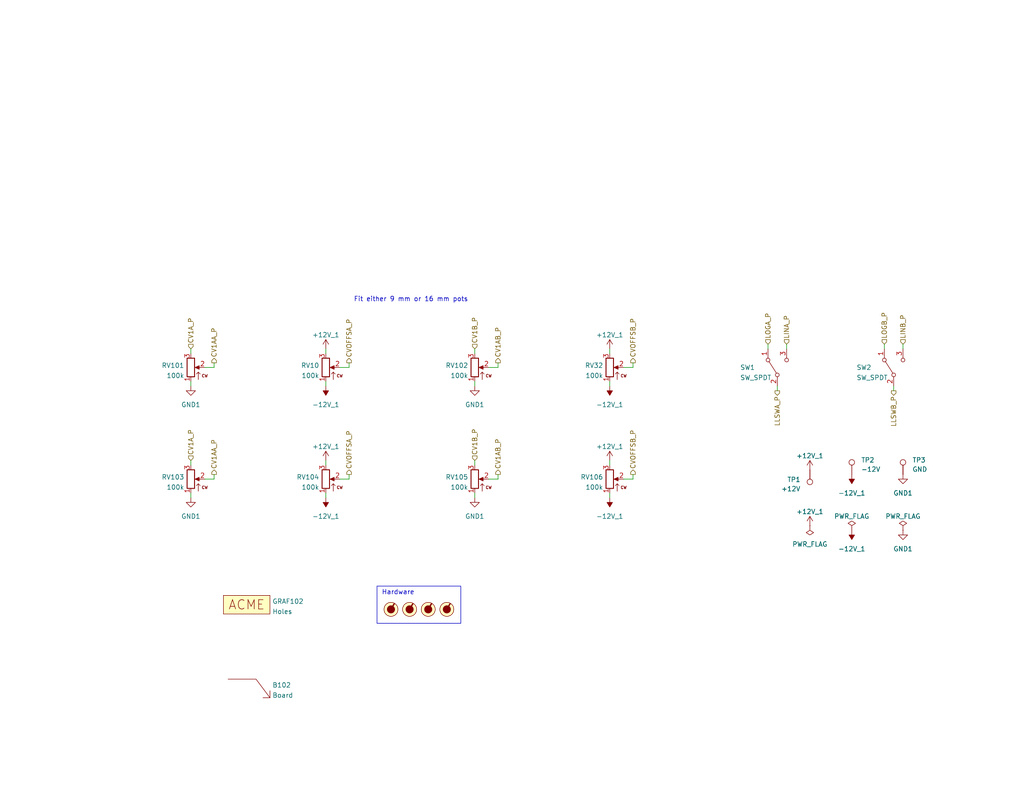
<source format=kicad_sch>
(kicad_sch (version 20230121) (generator eeschema)
  (paper "USLetter")
  (title_block (title "MFOS Dual log/lin VCA") (company "Rich Holmes / Analog Output") (comment 1 "or neighboring rights to this work. Published from United States.") (comment 2 "To the extent possible under law, Richard Holmes has waived all copyright and related "))
  (lib_symbols
    (symbol "AO_symbols:+12V_1" (power) (pin_names (offset 0))
      (property "Value" "+12V_1" (at 0 3.556 0))
      (symbol "+12V_1_0_1"
        (polyline (pts (xy -0.762 1.27) (xy 0 2.54)))
        (polyline (pts (xy 0 0) (xy 0 2.54)))
        (polyline (pts (xy 0 2.54) (xy 0.762 1.27)))
      )
      (symbol "+12V_1_1_1"
        (pin power_in line (at 0 0 90) (length 0) hide (name "+12V_1") (number "1"))
      )
    )
    (symbol "AO_symbols:-12V_1" (power) (pin_names (offset 0))
      (property "Value" "-12V_1" (at 0 3.81 0))
      (symbol "-12V_1_0_0"
        (pin power_in line (at 0 0 90) (length 0) hide (name "-12V_1") (number "1"))
      )
      (symbol "-12V_1_0_1"
        (polyline (pts (xy 0 0) (xy 0 1.27) (xy 0.762 1.27) (xy 0 2.54) (xy -0.762 1.27) (xy 0 1.27)) (fill (type outline)))
      )
    )
    (symbol "AO_symbols:Board" (pin_names (offset 1.016)) (in_bom no)
      (property "Reference" "B" (at 1.27 3.81 0))
      (property "Value" "Board" (at -3.175 3.81 0))
      (symbol "Board_0_1"
        (polyline (pts (xy 5.08 -2.54) (xy 3.175 -2.54)))
        (polyline (pts (xy -6.35 2.54) (xy 1.27 2.54) (xy 5.08 -2.54) (xy 5.08 -0.635)))
      )
    )
    (symbol "AO_symbols:Graphic" (pin_names (offset 1.016)) (in_bom no)
      (property "Reference" "GRAF" (at 0 -3.81 0))
      (property "Value" "Graphic" (at 0 3.81 0))
      (symbol "Graphic_0_0"
        (rectangle (start -6.35 2.54) (end 6.35 -2.54) (fill (type background)))
        (text "ACME" (at 0 0 0) (effects (font (size 2.54 2.54))))
      )
    )
    (symbol "AO_symbols:Knob" (on_board no)
      (symbol "Knob_0_1"
        (polyline (pts (xy 0 0.127) (xy 0.889 1.524)) (stroke (width 0.381)))
        (circle (center 0 0) (radius 1.016) (fill (type outline)))
        (circle (center 0 0) (radius 1.9092) (fill (type background)))
      )
    )
    (symbol "AO_symbols:R_POT" (pin_names (offset 1.016) hide)
      (property "Reference" "RV" (at -4.445 0 90))
      (property "Value" "R_POT" (at -2.54 0 90))
      (symbol "R_POT_0_0"
        (text "CW" (at 3.81 -2.286 0) (effects (font (size 0.762 0.762))))
      )
      (symbol "R_POT_0_1"
        (rectangle (start -1.016 2.54) (end 1.016 -2.54) (stroke (width 0.254)))
        (polyline (pts (xy 2.032 -3.302) (xy 2.032 -1.27)) (stroke (width 0.1524)))
        (polyline (pts (xy 2.54 0) (xy 1.524 0)))
        (polyline (pts (xy 2.54 -1.778) (xy 2.032 -1.27) (xy 1.524 -1.778)) (stroke (width 0.1524)))
        (polyline (pts (xy 1.143 0) (xy 2.286 -0.508) (xy 2.286 0.508) (xy 1.143 0)) (fill (type outline)))
      )
      (symbol "R_POT_1_1"
        (pin passive line (at 0 -3.81 90) (length 1.27) (name "1") (number "1"))
        (pin passive line (at 3.81 0 180) (length 1.27) (name "2") (number "2"))
        (pin passive line (at 0 3.81 270) (length 1.27) (name "3") (number "3"))
      )
    )
    (symbol "AO_symbols:SW_SPDT" (pin_names (offset 0) hide)
      (property "Reference" "SW" (at 0 4.318 0))
      (property "Value" "SW_SPDT" (at 0 -5.08 0))
      (symbol "SW_SPDT_0_0"
        (circle (center -2.032 0) (radius 0.508))
        (circle (center 2.032 -2.54) (radius 0.508))
      )
      (symbol "SW_SPDT_0_1"
        (polyline (pts (xy -1.524 0.254) (xy 1.651 2.286)))
        (circle (center 2.032 2.54) (radius 0.508))
      )
      (symbol "SW_SPDT_1_1"
        (pin passive line (at 5.08 2.54 180) (length 2.54) (name "A") (number "1"))
        (pin passive line (at -5.08 0 0) (length 2.54) (name "B") (number "2"))
        (pin passive line (at 5.08 -2.54 180) (length 2.54) (name "C") (number "3"))
      )
    )
    (symbol "AO_symbols:TestPoint" (pin_numbers hide) (pin_names (offset 0.762) hide) (in_bom no)
      (property "Reference" "TP" (at 0 6.858 0))
      (property "Value" "TestPoint" (at 0 5.08 0))
      (symbol "TestPoint_0_1"
        (circle (center 0 3.302) (radius 0.762))
      )
      (symbol "TestPoint_1_1"
        (pin passive line (at 0 0 90) (length 2.54) (name "1") (number "1"))
      )
    )
    (symbol "power:GND1" (power) (pin_names (offset 0))
      (property "Value" "GND1" (at 0 -3.81 0))
      (symbol "GND1_0_1"
        (polyline (pts (xy 0 0) (xy 0 -1.27) (xy 1.27 -1.27) (xy 0 -2.54) (xy -1.27 -1.27) (xy 0 -1.27)))
      )
      (symbol "GND1_1_1"
        (pin power_in line (at 0 0 270) (length 0) hide (name "GND1") (number "1"))
      )
    )
    (symbol "power:PWR_FLAG" (power) (pin_numbers hide) (pin_names (offset 0) hide)
      (property "Value" "PWR_FLAG" (at 0 3.81 0))
      (symbol "PWR_FLAG_0_0"
        (pin power_out line (at 0 0 90) (length 0) (name "pwr") (number "1"))
      )
      (symbol "PWR_FLAG_0_1"
        (polyline (pts (xy 0 0) (xy 0 1.27) (xy -1.016 1.905) (xy 0 2.54) (xy 1.016 1.905) (xy 0 1.27)))
      )
    )
  )
  (wire (pts (xy 214.63 93.98) (xy 214.63 95.25)))
  (wire (pts (xy 88.9 134.62) (xy 88.9 135.89)))
  (wire (pts (xy 170.18 100.33) (xy 172.72 100.33)))
  (wire (pts (xy 58.42 130.81) (xy 58.42 129.54)))
  (wire (pts (xy 166.37 95.25) (xy 166.37 96.52)))
  (wire (pts (xy 52.07 104.14) (xy 52.07 105.41)))
  (wire (pts (xy 246.38 93.98) (xy 246.38 95.25)))
  (wire (pts (xy 88.9 125.73) (xy 88.9 127)))
  (wire (pts (xy 166.37 134.62) (xy 166.37 135.89)))
  (wire (pts (xy 92.71 130.81) (xy 95.25 130.81)))
  (wire (pts (xy 52.07 125.73) (xy 52.07 127)))
  (wire (pts (xy 209.55 93.98) (xy 209.55 95.25)))
  (wire (pts (xy 129.54 104.14) (xy 129.54 105.41)))
  (wire (pts (xy 95.25 100.33) (xy 95.25 99.06)))
  (wire (pts (xy 55.88 130.81) (xy 58.42 130.81)))
  (wire (pts (xy 92.71 100.33) (xy 95.25 100.33)))
  (wire (pts (xy 170.18 130.81) (xy 172.72 130.81)))
  (wire (pts (xy 88.9 104.14) (xy 88.9 105.41)))
  (wire (pts (xy 55.88 100.33) (xy 58.42 100.33)))
  (wire (pts (xy 52.07 95.25) (xy 52.07 96.52)))
  (wire (pts (xy 135.89 130.81) (xy 135.89 129.54)))
  (wire (pts (xy 172.72 130.81) (xy 172.72 129.54)))
  (wire (pts (xy 243.84 106.68) (xy 243.84 105.41)))
  (wire (pts (xy 88.9 95.25) (xy 88.9 96.52)))
  (wire (pts (xy 129.54 134.62) (xy 129.54 135.89)))
  (wire (pts (xy 58.42 100.33) (xy 58.42 99.06)))
  (wire (pts (xy 212.09 106.68) (xy 212.09 105.41)))
  (wire (pts (xy 129.54 125.73) (xy 129.54 127)))
  (wire (pts (xy 135.89 100.33) (xy 135.89 99.06)))
  (wire (pts (xy 133.35 100.33) (xy 135.89 100.33)))
  (wire (pts (xy 241.3 93.98) (xy 241.3 95.25)))
  (wire (pts (xy 52.07 134.62) (xy 52.07 135.89)))
  (wire (pts (xy 133.35 130.81) (xy 135.89 130.81)))
  (wire (pts (xy 172.72 100.33) (xy 172.72 99.06)))
  (wire (pts (xy 166.37 104.14) (xy 166.37 105.41)))
  (wire (pts (xy 95.25 130.81) (xy 95.25 129.54)))
  (wire (pts (xy 129.54 95.25) (xy 129.54 96.52)))
  (wire (pts (xy 166.37 125.73) (xy 166.37 127)))
  (rectangle (start 102.87 160.02) (end 125.73 170.18))
  (text "Fit either 9 mm or 16 mm pots" (at 96.52 82.55 0) (effects (font (size 1.27 1.27)) (justify left bottom)))
  (text "Hardware" (at 104.14 162.56 0) (effects (font (size 1.27 1.27)) (justify left bottom)))
  (hierarchical_label "LINA_P" (shape input) (at 214.63 93.98 90))
  (hierarchical_label "CVOFFSA_P" (shape output) (at 95.25 129.54 90))
  (hierarchical_label "LLSWA_P" (shape output) (at 212.09 106.68 270))
  (hierarchical_label "CV1AB_P" (shape output) (at 135.89 129.54 90))
  (hierarchical_label "LINB_P" (shape input) (at 246.38 93.98 90))
  (hierarchical_label "CV1AA_P" (shape output) (at 58.42 99.06 90))
  (hierarchical_label "CV1A_P" (shape input) (at 52.07 95.25 90))
  (hierarchical_label "CV1AA_P" (shape output) (at 58.42 129.54 90))
  (hierarchical_label "CV1AB_P" (shape output) (at 135.89 99.06 90))
  (hierarchical_label "LOGB_P" (shape input) (at 241.3 93.98 90))
  (hierarchical_label "CVOFFSA_P" (shape output) (at 95.25 99.06 90))
  (hierarchical_label "CV1A_P" (shape input) (at 52.07 125.73 90))
  (hierarchical_label "LOGA_P" (shape input) (at 209.55 93.98 90))
  (hierarchical_label "CV1B_P" (shape input) (at 129.54 95.25 90))
  (hierarchical_label "LLSWB_P" (shape output) (at 243.84 106.68 270))
  (hierarchical_label "CVOFFSB_P" (shape output) (at 172.72 99.06 90))
  (hierarchical_label "CVOFFSB_P" (shape output) (at 172.72 129.54 90))
  (hierarchical_label "CV1B_P" (shape input) (at 129.54 125.73 90))
  (symbol (lib_id "AO_symbols:R_POT") (at 88.9 130.81 0) (unit 1)
    (property "Reference" "RV104" (at 87.122 130.2571 0) (effects (justify right)))
    (property "Value" "100k" (at 87.122 133.0322 0) (effects (justify right)))
    (property "Footprint" "AO_tht:Potentiometer_Alpha_16mm_Single_Vertical" (effects hide))
    (property "Vendor" "Tayda" (effects hide))
    (property "Description" "16 mm board mount vertical pots (fit these *or* 9 mm)" (effects hide))
  )
  (symbol (lib_id "power:PWR_FLAG") (at 232.41 144.78 0) (unit 1)
    (property "Reference" "#FLG0104" (effects hide))
    (property "Value" "PWR_FLAG" (at 232.41 140.97 0))
  )
  (symbol (lib_id "power:GND1") (at 129.54 105.41 0) (unit 1)
    (property "Reference" "#PWR0156" (effects hide))
    (property "Value" "GND1" (at 129.54 110.49 0))
  )
  (symbol (lib_id "AO_symbols:+12V_1") (at 166.37 125.73 0) (unit 1)
    (property "Reference" "#PWR0160" (effects hide))
    (property "Value" "+12V_1" (at 166.37 121.92 0))
  )
  (symbol (lib_id "AO_symbols:R_POT") (at 129.54 100.33 0) (unit 1)
    (property "Reference" "RV102" (at 127.762 99.7771 0) (effects (justify right)))
    (property "Value" "100k" (at 127.762 102.5522 0) (effects (justify right)))
    (property "Footprint" "AO_tht:Potentiometer_Alpha_RD901F-40-00D_Single_Vertical_centered" (effects hide))
    (property "Vendor" "Tayda" (effects hide))
    (property "Description" "9 mm board mount vertical pots (fit these *or* 16 mm)" (effects hide))
  )
  (symbol (lib_id "AO_symbols:-12V_1") (at 232.41 144.78 180) (unit 1)
    (property "Reference" "#PWR0170" (effects hide))
    (property "Value" "-12V_1" (at 232.41 149.86 0))
  )
  (symbol (lib_id "AO_symbols:-12V_1") (at 88.9 105.41 180) (unit 1)
    (property "Reference" "#PWR0161" (effects hide))
    (property "Value" "-12V_1" (at 88.9 110.49 0))
  )
  (symbol (lib_id "power:GND1") (at 52.07 105.41 0) (unit 1)
    (property "Reference" "#PWR0148" (effects hide))
    (property "Value" "GND1" (at 52.07 110.49 0))
  )
  (symbol (lib_id "AO_symbols:-12V_1") (at 232.41 129.54 180) (unit 1)
    (property "Reference" "#PWR0172" (effects hide))
    (property "Value" "-12V_1" (at 232.41 134.62 0))
  )
  (symbol (lib_id "AO_symbols:+12V_1") (at 166.37 95.25 0) (unit 1)
    (property "Reference" "#PWR0158" (effects hide))
    (property "Value" "+12V_1" (at 166.37 91.44 0))
  )
  (symbol (lib_id "AO_symbols:+12V_1") (at 220.98 143.51 0) (unit 1)
    (property "Reference" "#PWR0169" (effects hide))
    (property "Value" "+12V_1" (at 220.98 139.7 0))
  )
  (symbol (lib_id "AO_symbols:R_POT") (at 129.54 130.81 0) (unit 1)
    (property "Reference" "RV105" (at 127.762 130.2571 0) (effects (justify right)))
    (property "Value" "100k" (at 127.762 133.0322 0) (effects (justify right)))
    (property "Footprint" "AO_tht:Potentiometer_Alpha_16mm_Single_Vertical" (effects hide))
    (property "Vendor" "Tayda" (effects hide))
    (property "Description" "16 mm board mount vertical pots (fit these *or* 9 mm)" (effects hide))
  )
  (symbol (lib_id "AO_symbols:+12V_1") (at 88.9 125.73 0) (unit 1)
    (property "Reference" "#PWR0159" (effects hide))
    (property "Value" "+12V_1" (at 88.9 121.92 0))
  )
  (symbol (lib_id "AO_symbols:TestPoint") (at 220.98 128.27 0) (mirror x) (unit 1) (in_bom no)
    (property "Reference" "TP1" (at 218.44 130.937 0) (effects (justify right)))
    (property "Value" "+12V" (at 218.44 133.477 0) (effects (justify right)))
    (property "Footprint" "AO_tht:TestPoint_THTPad_D1.5mm_Drill0.7mm" (effects hide))
    (property "Config" "DNF" (effects hide))
    (instances (project "dualvca" (path "" (reference "TP1") (unit 1)) (path "" (reference "TP104") (unit 1))) (project "otherstuff" (path "" (reference "TP7") (unit 1))))
  )
  (symbol (lib_id "power:GND1") (at 52.07 135.89 0) (unit 1)
    (property "Reference" "#PWR0154" (effects hide))
    (property "Value" "GND1" (at 52.07 140.97 0))
  )
  (symbol (lib_id "AO_symbols:-12V_1") (at 166.37 135.89 180) (unit 1)
    (property "Reference" "#PWR0163" (effects hide))
    (property "Value" "-12V_1" (at 166.37 140.97 0))
  )
  (symbol (lib_id "AO_symbols:Board") (at 68.58 187.96 0) (unit 1) (in_bom no)
    (property "Reference" "B102" (at 74.295 187.0515 0) (effects (justify left)))
    (property "Value" "Board" (at 74.295 189.8266 0) (effects (justify left)))
    (property "Footprint" "AO_tht:Board_Marker" (effects hide))
    (property "Config" "DNF" (effects hide))
  )
  (symbol (lib_id "AO_symbols:TestPoint") (at 232.41 129.54 0) (unit 1) (in_bom no)
    (property "Reference" "TP2" (at 234.95 125.603 0) (effects (justify left)))
    (property "Value" "-12V" (at 234.95 128.143 0) (effects (justify left)))
    (property "Footprint" "AO_tht:TestPoint_THTPad_D1.5mm_Drill0.7mm" (effects hide))
    (property "Config" "DNF" (effects hide))
    (instances (project "dualvca" (path "" (reference "TP2") (unit 1)) (path "" (reference "TP105") (unit 1))) (project "otherstuff" (path "" (reference "TP8") (unit 1))))
  )
  (symbol (lib_id "AO_symbols:SW_SPDT") (at 243.84 100.33 90) (unit 1)
    (property "Reference" "SW2" (at 233.68 100.33 90) (effects (justify right)))
    (property "Value" "SW_SPDT" (at 233.68 103.1051 90) (effects (justify right)))
    (property "Footprint" "AO_tht:SPDT-toggle-switch-1M-series" (effects hide))
    (property "Vendor" "Tayda" (effects hide))
    (property "SKU" "A-3186" (effects hide))
  )
  (symbol (lib_id "AO_symbols:Graphic") (at 67.31 165.1 0) (unit 1) (in_bom no)
    (property "Reference" "GRAF102" (at 74.295 164.1915 0) (effects (justify left)))
    (property "Value" "Holes" (at 74.295 166.9666 0) (effects (justify left)))
    (property "Footprint" "mfos_vca-panel:mfos_vca_panel_100_holes" (effects hide))
    (property "Config" "DNF" (effects hide))
  )
  (symbol (lib_id "AO_symbols:Knob") (at 116.84 166.37 0) (unit 1) (on_board no)
    (property "Reference" "ZKN103" (effects hide))
    (property "Value" "Knob_MF-A03" (effects hide))
    (property "Description" "MF-A03 knob" (effects hide))
  )
  (symbol (lib_id "AO_symbols:Knob") (at 106.68 166.37 0) (unit 1) (on_board no)
    (property "Reference" "ZKN101" (effects hide))
    (property "Value" "Knob_MF-A03" (effects hide))
    (property "Description" "MF-A03 knob" (effects hide))
  )
  (symbol (lib_id "power:GND1") (at 129.54 135.89 0) (unit 1)
    (property "Reference" "#PWR0155" (effects hide))
    (property "Value" "GND1" (at 129.54 140.97 0))
  )
  (symbol (lib_id "AO_symbols:R_POT") (at 88.9 100.33 0) (unit 1)
    (property "Reference" "RV10" (at 87.122 99.7771 0) (effects (justify right)))
    (property "Value" "100k" (at 87.122 102.5522 0) (effects (justify right)))
    (property "Footprint" "AO_tht:Potentiometer_Alpha_RD901F-40-00D_Single_Vertical_centered" (effects hide))
    (property "Vendor" "Tayda" (effects hide))
    (property "Description" "9 mm board mount vertical pots (fit these *or* 16 mm)" (effects hide))
  )
  (symbol (lib_id "AO_symbols:-12V_1") (at 88.9 135.89 180) (unit 1)
    (property "Reference" "#PWR0162" (effects hide))
    (property "Value" "-12V_1" (at 88.9 140.97 0))
  )
  (symbol (lib_id "power:PWR_FLAG") (at 246.38 144.78 0) (unit 1)
    (property "Reference" "#FLG0103" (effects hide))
    (property "Value" "PWR_FLAG" (at 246.38 140.97 0))
  )
  (symbol (lib_id "AO_symbols:TestPoint") (at 246.38 129.54 0) (unit 1) (in_bom no)
    (property "Reference" "TP3" (at 248.92 125.603 0) (effects (justify left)))
    (property "Value" "GND" (at 248.92 128.143 0) (effects (justify left)))
    (property "Footprint" "AO_tht:TestPoint_THTPad_D1.5mm_Drill0.7mm" (effects hide))
    (property "Config" "DNF" (effects hide))
    (instances (project "dualvca" (path "" (reference "TP3") (unit 1)) (path "" (reference "TP106") (unit 1))) (project "otherstuff" (path "" (reference "TP9") (unit 1))))
  )
  (symbol (lib_id "AO_symbols:Knob") (at 121.92 166.37 0) (unit 1) (on_board no)
    (property "Reference" "ZKN104" (effects hide))
    (property "Value" "Knob_MF-A03" (effects hide))
    (property "Description" "MF-A03 knob" (effects hide))
  )
  (symbol (lib_id "AO_symbols:R_POT") (at 52.07 100.33 0) (unit 1)
    (property "Reference" "RV101" (at 50.292 99.7771 0) (effects (justify right)))
    (property "Value" "100k" (at 50.292 102.5522 0) (effects (justify right)))
    (property "Footprint" "AO_tht:Potentiometer_Alpha_RD901F-40-00D_Single_Vertical_centered" (effects hide))
    (property "Vendor" "Tayda" (effects hide))
    (property "Description" "9 mm board mount vertical pots (fit these *or* 16 mm)" (effects hide))
  )
  (symbol (lib_id "power:GND1") (at 246.38 129.54 0) (unit 1)
    (property "Reference" "#PWR0173" (effects hide))
    (property "Value" "GND1" (at 246.38 134.62 0))
  )
  (symbol (lib_id "AO_symbols:-12V_1") (at 166.37 105.41 180) (unit 1)
    (property "Reference" "#PWR0164" (effects hide))
    (property "Value" "-12V_1" (at 166.37 110.49 0))
  )
  (symbol (lib_id "AO_symbols:+12V_1") (at 220.98 128.27 0) (unit 1)
    (property "Reference" "#PWR0171" (effects hide))
    (property "Value" "+12V_1" (at 220.98 124.46 0))
  )
  (symbol (lib_id "AO_symbols:Knob") (at 111.76 166.37 0) (unit 1) (on_board no)
    (property "Reference" "ZKN102" (effects hide))
    (property "Value" "Knob_MF-A03" (effects hide))
    (property "Description" "MF-A03 knob" (effects hide))
  )
  (symbol (lib_id "AO_symbols:SW_SPDT") (at 212.09 100.33 90) (unit 1)
    (property "Reference" "SW1" (at 201.93 100.33 90) (effects (justify right)))
    (property "Value" "SW_SPDT" (at 201.93 103.1051 90) (effects (justify right)))
    (property "Footprint" "AO_tht:SPDT-toggle-switch-1M-series" (effects hide))
    (property "Vendor" "Tayda" (effects hide))
    (property "SKU" "A-3186" (effects hide))
  )
  (symbol (lib_id "power:PWR_FLAG") (at 220.98 143.51 0) (mirror x) (unit 1)
    (property "Reference" "#FLG0105" (effects hide))
    (property "Value" "PWR_FLAG" (at 220.98 148.59 0))
  )
  (symbol (lib_id "AO_symbols:R_POT") (at 52.07 130.81 0) (unit 1)
    (property "Reference" "RV103" (at 50.292 130.2571 0) (effects (justify right)))
    (property "Value" "100k" (at 50.292 133.0322 0) (effects (justify right)))
    (property "Footprint" "AO_tht:Potentiometer_Alpha_16mm_Single_Vertical" (effects hide))
    (property "Vendor" "Tayda" (effects hide))
    (property "Description" "16 mm board mount vertical pots (fit these *or* 9 mm)" (effects hide))
  )
  (symbol (lib_id "AO_symbols:R_POT") (at 166.37 100.33 0) (unit 1)
    (property "Reference" "RV32" (at 164.592 99.7771 0) (effects (justify right)))
    (property "Value" "100k" (at 164.592 102.5522 0) (effects (justify right)))
    (property "Footprint" "AO_tht:Potentiometer_Alpha_RD901F-40-00D_Single_Vertical_centered" (effects hide))
    (property "Vendor" "Tayda" (effects hide))
    (property "Description" "9 mm board mount vertical pots (fit these *or* 16 mm)" (effects hide))
  )
  (symbol (lib_id "AO_symbols:+12V_1") (at 88.9 95.25 0) (unit 1)
    (property "Reference" "#PWR0157" (effects hide))
    (property "Value" "+12V_1" (at 88.9 91.44 0))
  )
  (symbol (lib_id "AO_symbols:R_POT") (at 166.37 130.81 0) (unit 1)
    (property "Reference" "RV106" (at 164.592 130.2571 0) (effects (justify right)))
    (property "Value" "100k" (at 164.592 133.0322 0) (effects (justify right)))
    (property "Footprint" "AO_tht:Potentiometer_Alpha_16mm_Single_Vertical" (effects hide))
    (property "Vendor" "Tayda" (effects hide))
    (property "Description" "16 mm board mount vertical pots (fit these *or* 9 mm)" (effects hide))
  )
  (symbol (lib_id "power:GND1") (at 246.38 144.78 0) (unit 1)
    (property "Reference" "#PWR0166" (effects hide))
    (property "Value" "GND1" (at 246.38 149.86 0))
  )
)
</source>
